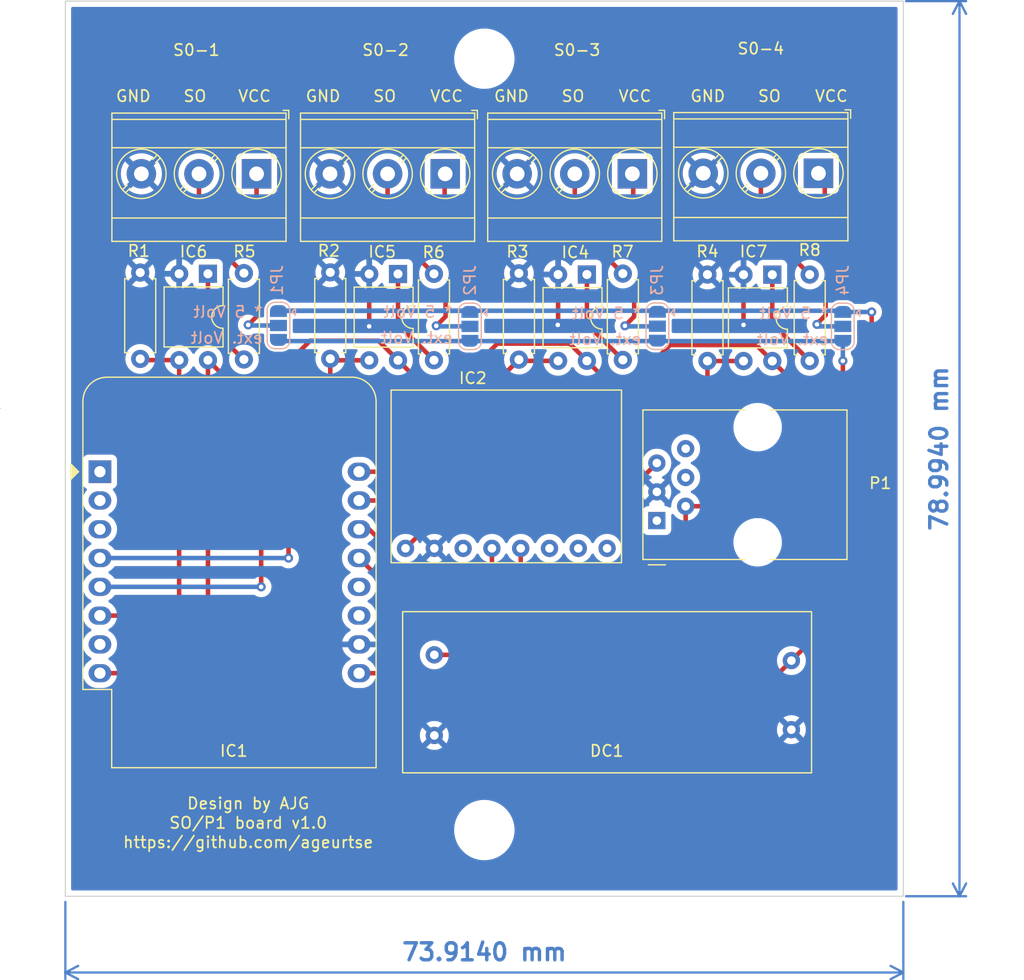
<source format=kicad_pcb>
(kicad_pcb (version 20211014) (generator pcbnew)
  (layers (0 "F.Cu" signal) (31 "B.Cu" signal) (34 "B.Paste" user) (35 "F.Paste" user) (36 "B.SilkS" user "B.Silkscreen") (37 "F.SilkS" user "F.Silkscreen") (38 "B.Mask" user) (39 "F.Mask" user) (44 "Edge.Cuts" user))
  (net 0 "")
  (net 3 "Net-(IC1-Pad4)")
  (net 4 "Net-(IC1-Pad5)")
  (net 5 "Net-(IC1-Pad6)")
  (net 9 "GND")
  (net 10 "Net-(IC1-Pad13)")
  (net 11 "Net-(IC7-Pad1)")
  (net 12 "+5V")
  (net 13 "+3.3V")
  (net 14 "Net-(IC1-Pad14)")
  (net 15 "Net-(IC1-Pad15)")
  (net 20 "Net-(IC4-Pad1)")
  (net 21 "Net-(IC5-Pad1)")
  (net 22 "Net-(IC6-Pad1)")
  (net 23 "VCC")
  (net 24 "Net-(JP2-Pad2)")
  (net 25 "Net-(JP3-Pad2)")
  (net 27 "Net-(JP1-Pad2)")
  (net 28 "Net-(IC1-Pad16)")
  (net 29 "Net-(R5-Pad2)")
  (net 30 "Net-(R6-Pad2)")
  (net 31 "Net-(R7-Pad2)")
  (net 32 "Net-(JP4-Pad2)")
  (net 36 "Net-(R8-Pad2)")
  (footprint "Package_DIP:DIP-4_W7.62mm" (layer "F.Cu") (at 166.629 59.4945 -90)
    (fp_text reference "IC6" (at -1.951 1.271 180) (layer "F.SilkS"))
    (fp_text value "PC817")
    (pad "1" thru_hole rect (at 0 0 270) (size 1.6 1.6) (drill 0.8) (layers *.Cu *.Mask) (net 22 "Net-(IC6-Pad1)"))
    (pad "2" thru_hole oval (at 0 2.54 270) (size 1.6 1.6) (drill 0.8) (layers *.Cu *.Mask) (net 9 "GND"))
    (pad "3" thru_hole oval (at 7.62 2.54 270) (size 1.6 1.6) (drill 0.8) (layers *.Cu *.Mask) (net 5 "Net-(IC1-Pad6)"))
    (pad "4" thru_hole oval (at 7.62 0 270) (size 1.6 1.6) (drill 0.8) (layers *.Cu *.Mask) (net 13 "+3.3V"))
  )
  (footprint "MountingHole:MountingHole_4.3mm_M4" (layer "F.Cu") (at 191.008 40.513)
    (fp_text reference "REF**" hide)
    (fp_text value "MountingHole_4.3mm_M4")
    (pad "" np_thru_hole circle (at 0 0) (size 4.3 4.3) (drill 4.3) (layers *.Cu *.Mask))
  )
  (footprint "Connector_RJ:RJ12_Amphenol_54601" (layer "F.Cu") (at 206.225 81.28 90)
    (fp_text reference "P1" (at 3.302 19.708) (layer "F.SilkS"))
    (fp_text value "RJ12")
    (pad "" np_thru_hole circle (at -1.91 8.89 90) (size 3.25 3.25) (drill 3.25) (layers *.Cu *.Mask))
    (pad "" np_thru_hole circle (at 8.25 8.89 90) (size 3.25 3.25) (drill 3.25) (layers *.Cu *.Mask))
    (pad "1" thru_hole rect (at 0 0 90) (size 1.52 1.52) (drill 0.76) (layers *.Cu *.Mask))
    (pad "2" thru_hole circle (at 1.27 2.54 90) (size 1.52 1.52) (drill 0.76) (layers *.Cu *.Mask) (net 13 "+3.3V"))
    (pad "3" thru_hole circle (at 2.54 0 90) (size 1.52 1.52) (drill 0.76) (layers *.Cu *.Mask) (net 9 "GND"))
    (pad "4" thru_hole circle (at 3.81 2.54 90) (size 1.52 1.52) (drill 0.76) (layers *.Cu *.Mask))
    (pad "5" thru_hole circle (at 5.08 0 90) (size 1.52 1.52) (drill 0.76) (layers *.Cu *.Mask) (net 15 "Net-(IC1-Pad15)"))
    (pad "6" thru_hole circle (at 6.35 2.54 90) (size 1.52 1.52) (drill 0.76) (layers *.Cu *.Mask))
  )
  (footprint "TerminalBlock_Phoenix:TerminalBlock_Phoenix_MKDS-3-3-5.08_1x03_P5.08mm_Horizontal" (layer "F.Cu") (at 204.0636 50.673 180)
    (fp_text reference "S0-3" (at 4.8768 10.922) (layer "F.SilkS"))
    (fp_text value "Screw_Terminal_01x03")
    (pad "1" thru_hole rect (at 0 0 180) (size 2.6 2.6) (drill 1.3) (layers *.Cu *.Mask) (net 25 "Net-(JP3-Pad2)"))
    (pad "2" thru_hole circle (at 5.08 0 180) (size 2.6 2.6) (drill 1.3) (layers *.Cu *.Mask) (net 31 "Net-(R7-Pad2)"))
    (pad "3" thru_hole circle (at 10.16 0 180) (size 2.6 2.6) (drill 1.3) (layers *.Cu *.Mask) (net 9 "GND"))
  )
  (footprint "TerminalBlock_Phoenix:TerminalBlock_Phoenix_MKDS-3-3-5.08_1x03_P5.08mm_Horizontal" (layer "F.Cu") (at 187.5536 50.673 180)
    (fp_text reference "S0-2" (at 5.2578 10.922) (layer "F.SilkS"))
    (fp_text value "Screw_Terminal_01x03")
    (pad "1" thru_hole rect (at 0 0 180) (size 2.6 2.6) (drill 1.3) (layers *.Cu *.Mask) (net 24 "Net-(JP2-Pad2)"))
    (pad "2" thru_hole circle (at 5.08 0 180) (size 2.6 2.6) (drill 1.3) (layers *.Cu *.Mask) (net 30 "Net-(R6-Pad2)"))
    (pad "3" thru_hole circle (at 10.16 0 180) (size 2.6 2.6) (drill 1.3) (layers *.Cu *.Mask) (net 9 "GND"))
  )
  (footprint "Custom made:I2C FRAM Board" (layer "F.Cu") (at 203.105 84.995 180)
    (fp_text reference "IC2" (at 13.113 16.288 unlocked) (layer "F.SilkS"))
    (fp_text value "I2C Fram module")
    (pad "1" thru_hole circle (at 19.05 1.27 180) (size 1.524 1.524) (drill 0.762) (layers *.Cu *.Mask) (net 13 "+3.3V"))
    (pad "2" thru_hole circle (at 16.51 1.27 180) (size 1.524 1.524) (drill 0.762) (layers *.Cu *.Mask) (net 9 "GND"))
    (pad "3" thru_hole circle (at 13.97 1.27 180) (size 1.524 1.524) (drill 0.762) (layers *.Cu *.Mask))
    (pad "4" thru_hole circle (at 11.43 1.27 180) (size 1.524 1.524) (drill 0.762) (layers *.Cu *.Mask) (net 14 "Net-(IC1-Pad14)"))
    (pad "5" thru_hole circle (at 8.89 1.27 180) (size 1.524 1.524) (drill 0.762) (layers *.Cu *.Mask) (net 10 "Net-(IC1-Pad13)"))
    (pad "6" thru_hole circle (at 6.35 1.27 180) (size 1.524 1.524) (drill 0.762) (layers *.Cu *.Mask))
    (pad "7" thru_hole circle (at 3.81 1.27 180) (size 1.524 1.524) (drill 0.762) (layers *.Cu *.Mask))
    (pad "8" thru_hole circle (at 1.27 1.27 180) (size 1.524 1.524) (drill 0.762) (layers *.Cu *.Mask))
  )
  (footprint "Resistor_THT:R_Axial_DIN0207_L6.3mm_D2.5mm_P7.62mm_Horizontal" (layer "F.Cu") (at 169.799 67.056 90)
    (fp_text reference "R5" (at 9.525 0.0508 180) (layer "F.SilkS"))
    (fp_text value "1K")
    (pad "1" thru_hole circle (at 0 0 90) (size 1.6 1.6) (drill 0.8) (layers *.Cu *.Mask) (net 22 "Net-(IC6-Pad1)"))
    (pad "2" thru_hole oval (at 7.62 0 90) (size 1.6 1.6) (drill 0.8) (layers *.Cu *.Mask) (net 29 "Net-(R5-Pad2)"))
  )
  (footprint "Resistor_THT:R_Axial_DIN0207_L6.3mm_D2.5mm_P7.62mm_Horizontal" (layer "F.Cu") (at 203.2254 67.0964 90)
    (fp_text reference "R7" (at 9.5504 -0.0254 180) (layer "F.SilkS"))
    (fp_text value "1K")
    (pad "1" thru_hole circle (at 0 0 90) (size 1.6 1.6) (drill 0.8) (layers *.Cu *.Mask) (net 20 "Net-(IC4-Pad1)"))
    (pad "2" thru_hole oval (at 7.62 0 90) (size 1.6 1.6) (drill 0.8) (layers *.Cu *.Mask) (net 31 "Net-(R7-Pad2)"))
  )
  (footprint "Package_DIP:DIP-4_W7.62mm" (layer "F.Cu") (at 183.393 59.5095 -90)
    (fp_text reference "IC5" (at -1.951 1.398 180) (layer "F.SilkS"))
    (fp_text value "PC817")
    (pad "1" thru_hole rect (at 0 0 270) (size 1.6 1.6) (drill 0.8) (layers *.Cu *.Mask) (net 21 "Net-(IC5-Pad1)"))
    (pad "2" thru_hole oval (at 0 2.54 270) (size 1.6 1.6) (drill 0.8) (layers *.Cu *.Mask) (net 9 "GND"))
    (pad "3" thru_hole oval (at 7.62 2.54 270) (size 1.6 1.6) (drill 0.8) (layers *.Cu *.Mask) (net 4 "Net-(IC1-Pad5)"))
    (pad "4" thru_hole oval (at 7.62 0 270) (size 1.6 1.6) (drill 0.8) (layers *.Cu *.Mask) (net 13 "+3.3V"))
  )
  (footprint "Custom made:dcdc converter" (layer "F.Cu") (at 219.869 103.537 180)
    (fp_text reference "DC1" (at 18.066 1.937 unlocked) (layer "F.SilkS"))
    (fp_text value "DC Step Up converter (optional)")
    (pad "1" thru_hole circle (at 1.778 3.81 180) (size 1.524 1.524) (drill 0.762) (layers *.Cu *.Mask) (net 9 "GND"))
    (pad "2" thru_hole circle (at 1.778 9.906 180) (size 1.524 1.524) (drill 0.762) (layers *.Cu *.Mask) (net 12 "+5V"))
    (pad "3" thru_hole circle (at 33.274 3.302 180) (size 1.524 1.524) (drill 0.762) (layers *.Cu *.Mask) (net 9 "GND"))
    (pad "4" thru_hole circle (at 33.274 10.414 180) (size 1.524 1.524) (drill 0.762) (layers *.Cu *.Mask) (net 23 "VCC"))
  )
  (footprint "Package_DIP:DIP-4_W7.62mm" (layer "F.Cu") (at 200.0554 59.558 -90)
    (fp_text reference "IC4" (at -1.961 1.022 180) (layer "F.SilkS"))
    (fp_text value "PC817")
    (pad "1" thru_hole rect (at 0 0 270) (size 1.6 1.6) (drill 0.8) (layers *.Cu *.Mask) (net 20 "Net-(IC4-Pad1)"))
    (pad "2" thru_hole oval (at 0 2.54 270) (size 1.6 1.6) (drill 0.8) (layers *.Cu *.Mask) (net 9 "GND"))
    (pad "3" thru_hole oval (at 7.62 2.54 270) (size 1.6 1.6) (drill 0.8) (layers *.Cu *.Mask) (net 3 "Net-(IC1-Pad4)"))
    (pad "4" thru_hole oval (at 7.62 0 270) (size 1.6 1.6) (drill 0.8) (layers *.Cu *.Mask) (net 13 "+3.3V"))
  )
  (footprint "TerminalBlock_Phoenix:TerminalBlock_Phoenix_MKDS-3-3-5.08_1x03_P5.08mm_Horizontal" (layer "F.Cu") (at 220.477 50.627 180)
    (fp_text reference "S0-4" (at 5.085 11.003) (layer "F.SilkS"))
    (fp_text value "Screw_Terminal_01x03")
    (pad "1" thru_hole rect (at 0 0 180) (size 2.6 2.6) (drill 1.3) (layers *.Cu *.Mask) (net 32 "Net-(JP4-Pad2)"))
    (pad "2" thru_hole circle (at 5.08 0 180) (size 2.6 2.6) (drill 1.3) (layers *.Cu *.Mask) (net 36 "Net-(R8-Pad2)"))
    (pad "3" thru_hole circle (at 10.16 0 180) (size 2.6 2.6) (drill 1.3) (layers *.Cu *.Mask) (net 9 "GND"))
  )
  (footprint "Resistor_THT:R_Axial_DIN0207_L6.3mm_D2.5mm_P7.62mm_Horizontal" (layer "F.Cu") (at 186.563 67.1195 90)
    (fp_text reference "R6" (at 9.525 -0.0254 180) (layer "F.SilkS"))
    (fp_text value "1K")
    (pad "1" thru_hole circle (at 0 0 90) (size 1.6 1.6) (drill 0.8) (layers *.Cu *.Mask) (net 21 "Net-(IC5-Pad1)"))
    (pad "2" thru_hole oval (at 7.62 0 90) (size 1.6 1.6) (drill 0.8) (layers *.Cu *.Mask) (net 30 "Net-(R6-Pad2)"))
  )
  (footprint "Resistor_THT:R_Axial_DIN0207_L6.3mm_D2.5mm_P7.62mm_Horizontal" (layer "F.Cu") (at 160.655 59.3875 -90)
    (fp_text reference "R1" (at -1.905 0.127 -180) (layer "F.SilkS"))
    (fp_text value "10K")
    (pad "1" thru_hole circle (at 0 0 270) (size 1.6 1.6) (drill 0.8) (layers *.Cu *.Mask) (net 9 "GND"))
    (pad "2" thru_hole oval (at 7.62 0 270) (size 1.6 1.6) (drill 0.8) (layers *.Cu *.Mask) (net 5 "Net-(IC1-Pad6)"))
  )
  (footprint "Resistor_THT:R_Axial_DIN0207_L6.3mm_D2.5mm_P7.62mm_Horizontal" (layer "F.Cu") (at 210.688 59.563 -90)
    (fp_text reference "R4" (at -2.032 0 180) (layer "F.SilkS"))
    (fp_text value "10K")
    (pad "1" thru_hole circle (at 0 0 270) (size 1.6 1.6) (drill 0.8) (layers *.Cu *.Mask) (net 9 "GND"))
    (pad "2" thru_hole oval (at 7.62 0 270) (size 1.6 1.6) (drill 0.8) (layers *.Cu *.Mask) (net 28 "Net-(IC1-Pad16)"))
  )
  (footprint "Resistor_THT:R_Axial_DIN0207_L6.3mm_D2.5mm_P7.62mm_Horizontal" (layer "F.Cu") (at 194.056 59.451 -90)
    (fp_text reference "R3" (at -1.905 0.127 -180) (layer "F.SilkS"))
    (fp_text value "10K")
    (pad "1" thru_hole circle (at 0 0 270) (size 1.6 1.6) (drill 0.8) (layers *.Cu *.Mask) (net 9 "GND"))
    (pad "2" thru_hole oval (at 7.62 0 270) (size 1.6 1.6) (drill 0.8) (layers *.Cu *.Mask) (net 3 "Net-(IC1-Pad4)"))
  )
  (footprint "Package_DIP:DIP-4_W7.62mm" (layer "F.Cu") (at 216.408 59.573 -90)
    (fp_text reference "IC7" (at -2.042 1.656 180) (layer "F.SilkS"))
    (fp_text value "PC817")
    (pad "1" thru_hole rect (at 0 0 270) (size 1.6 1.6) (drill 0.8) (layers *.Cu *.Mask) (net 11 "Net-(IC7-Pad1)"))
    (pad "2" thru_hole oval (at 0 2.54 270) (size 1.6 1.6) (drill 0.8) (layers *.Cu *.Mask) (net 9 "GND"))
    (pad "3" thru_hole oval (at 7.62 2.54 270) (size 1.6 1.6) (drill 0.8) (layers *.Cu *.Mask) (net 28 "Net-(IC1-Pad16)"))
    (pad "4" thru_hole oval (at 7.62 0 270) (size 1.6 1.6) (drill 0.8) (layers *.Cu *.Mask) (net 13 "+3.3V"))
  )
  (footprint "Resistor_THT:R_Axial_DIN0207_L6.3mm_D2.5mm_P7.62mm_Horizontal" (layer "F.Cu") (at 219.705 67.183 90)
    (fp_text reference "R8" (at 9.779 0 180) (layer "F.SilkS"))
    (fp_text value "1K")
    (pad "1" thru_hole circle (at 0 0 90) (size 1.6 1.6) (drill 0.8) (layers *.Cu *.Mask) (net 11 "Net-(IC7-Pad1)"))
    (pad "2" thru_hole oval (at 7.62 0 90) (size 1.6 1.6) (drill 0.8) (layers *.Cu *.Mask) (net 36 "Net-(R8-Pad2)"))
  )
  (footprint "Resistor_THT:R_Axial_DIN0207_L6.3mm_D2.5mm_P7.62mm_Horizontal" (layer "F.Cu") (at 177.419 59.3725 -90)
    (fp_text reference "R2" (at -1.905 0.127 -180) (layer "F.SilkS"))
    (fp_text value "10K")
    (pad "1" thru_hole circle (at 0 0 270) (size 1.6 1.6) (drill 0.8) (layers *.Cu *.Mask) (net 9 "GND"))
    (pad "2" thru_hole oval (at 7.62 0 270) (size 1.6 1.6) (drill 0.8) (layers *.Cu *.Mask) (net 4 "Net-(IC1-Pad5)"))
  )
  (footprint "Module:WEMOS_D1_mini_light" (layer "F.Cu") (at 157.099 76.962)
    (fp_text reference "IC1" (at 11.811 24.638 180) (layer "F.SilkS"))
    (fp_text value "WeMos_D1_mini")
    (pad "1" thru_hole rect (at 0 0) (size 2 2) (drill 1) (layers *.Cu *.Mask))
    (pad "2" thru_hole oval (at 0 2.54) (size 2 1.6) (drill 1) (layers *.Cu *.Mask))
    (pad "3" thru_hole oval (at 0 5.08) (size 2 1.6) (drill 1) (layers *.Cu *.Mask))
    (pad "4" thru_hole oval (at 0 7.62) (size 2 1.6) (drill 1) (layers *.Cu *.Mask) (net 3 "Net-(IC1-Pad4)"))
    (pad "5" thru_hole oval (at 0 10.16) (size 2 1.6) (drill 1) (layers *.Cu *.Mask) (net 4 "Net-(IC1-Pad5)"))
    (pad "6" thru_hole oval (at 0 12.7) (size 2 1.6) (drill 1) (layers *.Cu *.Mask) (net 5 "Net-(IC1-Pad6)"))
    (pad "7" thru_hole oval (at 0 15.24) (size 2 1.6) (drill 1) (layers *.Cu *.Mask))
    (pad "8" thru_hole oval (at 0 17.78) (size 2 1.6) (drill 1) (layers *.Cu *.Mask) (net 13 "+3.3V"))
    (pad "9" thru_hole oval (at 22.86 17.78) (size 2 1.6) (drill 1) (layers *.Cu *.Mask) (net 12 "+5V"))
    (pad "10" thru_hole oval (at 22.86 15.24) (size 2 1.6) (drill 1) (layers *.Cu *.Mask) (net 9 "GND"))
    (pad "11" thru_hole oval (at 22.86 12.7) (size 2 1.6) (drill 1) (layers *.Cu *.Mask))
    (pad "12" thru_hole oval (at 22.86 10.16) (size 2 1.6) (drill 1) (layers *.Cu *.Mask))
    (pad "13" thru_hole oval (at 22.86 7.62) (size 2 1.6) (drill 1) (layers *.Cu *.Mask) (net 10 "Net-(IC1-Pad13)"))
    (pad "14" thru_hole oval (at 22.86 5.08) (size 2 1.6) (drill 1) (layers *.Cu *.Mask) (net 14 "Net-(IC1-Pad14)"))
    (pad "15" thru_hole oval (at 22.86 2.54) (size 2 1.6) (drill 1) (layers *.Cu *.Mask) (net 15 "Net-(IC1-Pad15)"))
    (pad "16" thru_hole oval (at 22.86 0) (size 2 1.6) (drill 1) (layers *.Cu *.Mask) (net 28 "Net-(IC1-Pad16)"))
  )
  (footprint "MountingHole:MountingHole_4.3mm_M4" (layer "F.Cu") (at 191.008 108.585)
    (fp_text reference "REF**" hide)
    (fp_text value "MountingHole_4.3mm_M4")
    (pad "" np_thru_hole circle (at 0 0) (size 4.3 4.3) (drill 4.3) (layers *.Cu *.Mask))
  )
  (footprint "TerminalBlock_Phoenix:TerminalBlock_Phoenix_MKDS-3-3-5.08_1x03_P5.08mm_Horizontal" (layer "F.Cu") (at 170.9166 50.673 180)
    (fp_text reference "S0-1" (at 5.3086 10.922) (layer "F.SilkS"))
    (fp_text value "Screw_Terminal_01x03")
    (pad "1" thru_hole rect (at 0 0 180) (size 2.6 2.6) (drill 1.3) (layers *.Cu *.Mask) (net 27 "Net-(JP1-Pad2)"))
    (pad "2" thru_hole circle (at 5.08 0 180) (size 2.6 2.6) (drill 1.3) (layers *.Cu *.Mask) (net 29 "Net-(R5-Pad2)"))
    (pad "3" thru_hole circle (at 10.16 0 180) (size 2.6 2.6) (drill 1.3) (layers *.Cu *.Mask) (net 9 "GND"))
  )
  (footprint "Jumper:SolderJumper-3_P1.3mm_Open_RoundedPad1.0x1.5mm" (layer "B.Cu") (at 206.2734 64.12 -90)
    (fp_text reference "JP3" (at -4.049 0.0254 90) (layer "B.SilkS") (effects (justify mirror)))
    (fp_text value "Jumper_3_Open")
    (pad "1" smd custom (at -1.3 0 270) (size 1 0.5) (layers "B.Cu" "B.Mask") (net 12 "+5V") (options (clearance outline) (anchor rect)) (primitives (gr_circle (center 0 -0.25) (end 0.5 -0.25) (width 0) (fill yes)) (gr_circle (center 0 0.25) (end 0.5 0.25) (width 0) (fill yes)) (gr_poly (pts (xy 0.55 -0.75) (xy 0 -0.75) (xy 0 0.75) (xy 0.55 0.75)) (width 0) (fill yes))))
    (pad "2" smd rect (at 0 0 270) (size 1 1.5) (layers "B.Cu" "B.Mask") (net 25 "Net-(JP3-Pad2)"))
    (pad "3" smd custom (at 1.3 0 270) (size 1 0.5) (layers "B.Cu" "B.Mask") (net 23 "VCC") (options (clearance outline) (anchor rect)) (primitives (gr_circle (center 0 -0.25) (end 0.5 -0.25) (width 0) (fill yes)) (gr_circle (center 0 0.25) (end 0.5 0.25) (width 0) (fill yes)) (gr_poly (pts (xy 0 -0.75) (xy -0.55 -0.75) (xy -0.55 0.75) (xy 0 0.75)) (width 0) (fill yes))))
  )
  (footprint "Jumper:SolderJumper-3_P1.3mm_Open_RoundedPad1.0x1.5mm" (layer "B.Cu") (at 172.847 64.0565 -90)
    (fp_text reference "JP1" (at -3.9855 0.127 90) (layer "B.SilkS") (effects (justify mirror)))
    (fp_text value "Jumper_3_Open")
    (pad "1" smd custom (at -1.3 0 270) (size 1 0.5) (layers "B.Cu" "B.Mask") (net 12 "+5V") (options (clearance outline) (anchor rect)) (primitives (gr_circle (center 0 -0.25) (end 0.5 -0.25) (width 0) (fill yes)) (gr_circle (center 0 0.25) (end 0.5 0.25) (width 0) (fill yes)) (gr_poly (pts (xy 0.55 -0.75) (xy 0 -0.75) (xy 0 0.75) (xy 0.55 0.75)) (width 0) (fill yes))))
    (pad "2" smd rect (at 0 0 270) (size 1 1.5) (layers "B.Cu" "B.Mask") (net 27 "Net-(JP1-Pad2)"))
    (pad "3" smd custom (at 1.3 0 270) (size 1 0.5) (layers "B.Cu" "B.Mask") (net 23 "VCC") (options (clearance outline) (anchor rect)) (primitives (gr_circle (center 0 -0.25) (end 0.5 -0.25) (width 0) (fill yes)) (gr_circle (center 0 0.25) (end 0.5 0.25) (width 0) (fill yes)) (gr_poly (pts (xy 0 -0.75) (xy -0.55 -0.75) (xy -0.55 0.75) (xy 0 0.75)) (width 0) (fill yes))))
  )
  (footprint "Jumper:SolderJumper-3_P1.3mm_Open_RoundedPad1.0x1.5mm" (layer "B.Cu") (at 189.738 64.135 -90)
    (fp_text reference "JP2" (at -4.064 0 90) (layer "B.SilkS") (effects (justify mirror)))
    (fp_text value "Jumper_3_Open")
    (pad "1" smd custom (at -1.3 0 270) (size 1 0.5) (layers "B.Cu" "B.Mask") (net 12 "+5V") (options (clearance outline) (anchor rect)) (primitives (gr_circle (center 0 -0.25) (end 0.5 -0.25) (width 0) (fill yes)) (gr_circle (center 0 0.25) (end 0.5 0.25) (width 0) (fill yes)) (gr_poly (pts (xy 0.55 -0.75) (xy 0 -0.75) (xy 0 0.75) (xy 0.55 0.75)) (width 0) (fill yes))))
    (pad "2" smd rect (at 0 0 270) (size 1 1.5) (layers "B.Cu" "B.Mask") (net 24 "Net-(JP2-Pad2)"))
    (pad "3" smd custom (at 1.3 0 270) (size 1 0.5) (layers "B.Cu" "B.Mask") (net 23 "VCC") (options (clearance outline) (anchor rect)) (primitives (gr_circle (center 0 -0.25) (end 0.5 -0.25) (width 0) (fill yes)) (gr_circle (center 0 0.25) (end 0.5 0.25) (width 0) (fill yes)) (gr_poly (pts (xy 0 -0.75) (xy -0.55 -0.75) (xy -0.55 0.75) (xy 0 0.75)) (width 0) (fill yes))))
  )
  (footprint "Jumper:SolderJumper-3_P1.3mm_Open_RoundedPad1.0x1.5mm" (layer "B.Cu") (at 222.626 64.135 -90)
    (fp_text reference "JP4" (at -4.064 -0.005 90) (layer "B.SilkS") (effects (justify mirror)))
    (fp_text value "Jumper_3_Open")
    (pad "1" smd custom (at -1.3 0 270) (size 1 0.5) (layers "B.Cu" "B.Mask") (net 12 "+5V") (options (clearance outline) (anchor rect)) (primitives (gr_circle (center 0 -0.25) (end 0.5 -0.25) (width 0) (fill yes)) (gr_circle (center 0 0.25) (end 0.5 0.25) (width 0) (fill yes)) (gr_poly (pts (xy 0.55 -0.75) (xy 0 -0.75) (xy 0 0.75) (xy 0.55 0.75)) (width 0) (fill yes))))
    (pad "2" smd rect (at 0 0 270) (size 1 1.5) (layers "B.Cu" "B.Mask") (net 32 "Net-(JP4-Pad2)"))
    (pad "3" smd custom (at 1.3 0 270) (size 1 0.5) (layers "B.Cu" "B.Mask") (net 23 "VCC") (options (clearance outline) (anchor rect)) (primitives (gr_circle (center 0 -0.25) (end 0.5 -0.25) (width 0) (fill yes)) (gr_circle (center 0 0.25) (end 0.5 0.25) (width 0) (fill yes)) (gr_poly (pts (xy 0 -0.75) (xy -0.55 -0.75) (xy -0.55 0.75) (xy 0 0.75)) (width 0) (fill yes))))
  )
  (gr_line (start 148.336 71.374) (end 148.336 71.374) (layer "Edge.Cuts") (width 0.1))
  (gr_rect (start 154.051 35.433) (end 227.965 114.427) (layer "Edge.Cuts") (width 0.1) (fill none))
  (gr_text "ext. Volt" (at 185.039 65.151) (layer "B.SilkS") (effects (font (size 1 1)) (justify mirror)))
  (gr_text "* 5 Volt" (at 168.402 62.865) (layer "B.SilkS") (effects (font (size 1 1)) (justify mirror)))
  (gr_text "ext. Volt" (at 218.186 65.278) (layer "B.SilkS") (effects (font (size 1 1)) (justify mirror)))
  (gr_text "* 5 Volt" (at 201.795048 62.992) (layer "B.SilkS") (effects (font (size 1 1)) (justify mirror)))
  (gr_text "ext. Volt" (at 201.676 65.278) (layer "B.SilkS") (effects (font (size 1 1)) (justify mirror)))
  (gr_text "* 5 Volt" (at 185.158048 62.865) (layer "B.SilkS") (effects (font (size 1 1)) (justify mirror)))
  (gr_text "ext. Volt" (at 168.282952 65.151) (layer "B.SilkS") (effects (font (size 1 1)) (justify mirror)))
  (gr_text "* 5 Volt" (at 218.305048 62.992) (layer "B.SilkS") (effects (font (size 1 1)) (justify mirror)))
  (gr_text "SO/P1 board v1.0" (at 170.18 107.95) (layer "F.SilkS") (effects (font (size 1 1))))
  (gr_text "GND" (at 210.7184 43.815) (layer "F.SilkS") (effects (font (size 1 1))))
  (gr_text "Design by AJG" (at 170.18 106.2355) (layer "F.SilkS") (effects (font (size 1 1))))
  (gr_text "VCC\n" (at 204.2922 43.815) (layer "F.SilkS") (effects (font (size 1 1))))
  (gr_text "SO" (at 165.481 43.815) (layer "F.SilkS") (effects (font (size 1 1))))
  (gr_text "VCC" (at 221.615 43.815) (layer "F.SilkS") (effects (font (size 1 1))))
  (gr_text "GND" (at 160.0454 43.815) (layer "F.SilkS") (effects (font (size 1 1))))
  (gr_text "VCC\n" (at 170.7388 43.815) (layer "F.SilkS") (effects (font (size 1 1))))
  (gr_text "SO" (at 216.154 43.815) (layer "F.SilkS") (effects (font (size 1 1))))
  (gr_text "GND" (at 193.3956 43.815) (layer "F.SilkS") (effects (font (size 1 1))))
  (gr_text "SO" (at 182.2196 43.815) (layer "F.SilkS") (effects (font (size 1 1))))
  (gr_text "https://github.com/ageurtse" (at 170.18 109.6645) (layer "F.SilkS") (effects (font (size 1 1))))
  (gr_text "VCC\n" (at 187.6806 43.815) (layer "F.SilkS") (effects (font (size 1 1))))
  (gr_text "SO" (at 198.8312 43.815) (layer "F.SilkS") (effects (font (size 1 1))))
  (gr_text "GND" (at 176.784 43.815) (layer "F.SilkS") (effects (font (size 1 1))))
  (dimension (type aligned) (layer "B.Cu") (pts (xy 154.051 114.427) (xy 227.965 114.427)) (height 6.731) (gr_text "73,9140 mm" (at 191.008 119.358) (layer "B.Cu") (effects (font (size 1.5 1.5) (thickness 0.3)))) (format (units 3) (units_format 1) (precision 4)) (style (thickness 0.2) (arrow_length 1.27) (text_position_mode 0) (extension_height 0.58642) (extension_offset 0.5) keep_text_aligned))
  (dimension (type aligned) (layer "B.Cu") (pts (xy 227.711 114.427) (xy 227.711 35.433)) (height 5.207) (gr_text "78,9940 mm" (at 231.118 74.93 90) (layer "B.Cu") (effects (font (size 1.5 1.5) (thickness 0.3)))) (format (units 3) (units_format 1) (precision 4)) (style (thickness 0.2) (arrow_length 1.27) (text_position_mode 0) (extension_height 0.58642) (extension_offset 0.5) keep_text_aligned))
  (segment (start 197.5154 67.178) (end 194.163 67.178) (width 0.4) (layer "F.Cu") (net 3))
  (segment (start 186.451 74.676) (end 175.768 74.676) (width 0.4) (layer "F.Cu") (net 3))
  (segment (start 173.736 76.708) (end 173.736 84.582) (width 0.4) (layer "F.Cu") (net 3))
  (segment (start 175.768 74.676) (end 174.752 75.692) (width 0.4) (layer "F.Cu") (net 3))
  (segment (start 194.056 67.071) (end 186.451 74.676) (width 0.4) (layer "F.Cu") (net 3))
  (segment (start 194.163 67.178) (end 194.056 67.071) (width 0.4) (layer "F.Cu") (net 3))
  (segment (start 174.752 75.692) (end 173.736 76.708) (width 0.4) (layer "F.Cu") (net 3))
  (via (at 173.736 84.582) (size 0.8) (drill 0.4) (layers "F.Cu" "B.Cu") (net 3))
  (segment (start 173.736 84.582) (end 157.099 84.582) (width 0.4) (layer "B.Cu") (net 3))
  (segment (start 177.419 66.9925) (end 177.419 69.596) (width 0.4) (layer "F.Cu") (net 4))
  (segment (start 171.323 76.454) (end 171.323 87.122) (width 0.4) (layer "F.Cu") (net 4))
  (segment (start 177.419 69.85) (end 177.419 70.358) (width 0.4) (layer "F.Cu") (net 4))
  (segment (start 172.212 75.565) (end 171.323 76.454) (width 0.4) (layer "F.Cu") (net 4))
  (segment (start 180.853 67.1295) (end 177.556 67.1295) (width 0.4) (layer "F.Cu") (net 4))
  (segment (start 177.556 67.1295) (end 177.419 66.9925) (width 0.4) (layer "F.Cu") (net 4))
  (segment (start 177.419 69.596) (end 177.419 69.85) (width 0.4) (layer "F.Cu") (net 4))
  (segment (start 177.419 70.358) (end 172.212 75.565) (width 0.4) (layer "F.Cu") (net 4))
  (via (at 171.323 87.122) (size 0.8) (drill 0.4) (layers "F.Cu" "B.Cu") (net 4))
  (segment (start 171.323 87.122) (end 157.099 87.122) (width 0.4) (layer "B.Cu") (net 4))
  (segment (start 162.306 89.662) (end 159.258 89.662) (width 0.4) (layer "F.Cu") (net 5))
  (segment (start 164.089 87.879) (end 162.306 89.662) (width 0.4) (layer "F.Cu") (net 5))
  (segment (start 159.258 89.662) (end 157.099 89.662) (width 0.4) (layer "F.Cu") (net 5))
  (segment (start 160.762 67.1145) (end 160.655 67.0075) (width 0.4) (layer "F.Cu") (net 5))
  (segment (start 164.089 67.1145) (end 164.089 87.879) (width 0.4) (layer "F.Cu") (net 5))
  (segment (start 164.089 67.1145) (end 160.762 67.1145) (width 0.4) (layer "F.Cu") (net 5))
  (segment (start 180.853 59.5095) (end 180.853 64.13) (width 0.4) (layer "F.Cu") (net 9))
  (segment (start 197.5154 59.558) (end 197.5154 63.9776) (width 0.4) (layer "F.Cu") (net 9))
  (segment (start 180.853 64.13) (end 180.848 64.135) (width 0.4) (layer "F.Cu") (net 9))
  (segment (start 213.868 59.573) (end 213.868 64.008) (width 0.4) (layer "F.Cu") (net 9))
  (segment (start 197.5154 63.9776) (end 197.485 64.008) (width 0.4) (layer "F.Cu") (net 9))
  (via (at 213.868 64.008) (size 0.8) (drill 0.4) (layers "F.Cu" "B.Cu") (net 9))
  (via (at 197.485 64.008) (size 0.8) (drill 0.4) (layers "F.Cu" "B.Cu") (net 9))
  (via (at 180.848 64.135) (size 0.8) (drill 0.4) (layers "F.Cu" "B.Cu") (net 9))
  (segment (start 194.214 86.9) (end 193.516 87.598) (width 0.4) (layer "F.Cu") (net 10))
  (segment (start 193.516 87.598) (end 182.975 87.598) (width 0.4) (layer "F.Cu") (net 10))
  (segment (start 182.975 87.598) (end 179.959 84.582) (width 0.4) (layer "F.Cu") (net 10))
  (segment (start 194.215 86.9) (end 194.214 86.9) (width 0.4) (layer "F.Cu") (net 10))
  (segment (start 194.215 83.725) (end 194.215 86.9) (width 0.4) (layer "F.Cu") (net 10))
  (segment (start 216.408 63.886) (end 219.705 67.183) (width 0.4) (layer "F.Cu") (net 11))
  (segment (start 216.408 59.573) (end 216.408 63.886) (width 0.4) (layer "F.Cu") (net 11))
  (segment (start 225.171 86.551) (end 225.171 62.865) (width 0.4) (layer "F.Cu") (net 12))
  (segment (start 214.567 97.155) (end 218.091 93.631) (width 0.4) (layer "F.Cu") (net 12))
  (segment (start 179.959 94.742) (end 181.991 94.742) (width 0.4) (layer "F.Cu") (net 12))
  (segment (start 224.917 86.805) (end 225.171 86.551) (width 0.4) (layer "F.Cu") (net 12))
  (segment (start 218.091 93.631) (end 224.727 86.995) (width 0.4) (layer "F.Cu") (net 12))
  (segment (start 184.404 97.155) (end 214.567 97.155) (width 0.4) (layer "F.Cu") (net 12))
  (segment (start 181.991 94.742) (end 184.404 97.155) (width 0.4) (layer "F.Cu") (net 12))
  (segment (start 224.727 86.995) (end 224.917 86.805) (width 0.4) (layer "F.Cu") (net 12))
  (via (at 225.171 62.865) (size 0.8) (drill 0.4) (layers "F.Cu" "B.Cu") (net 12))
  (segment (start 225.171 62.865) (end 222.656 62.865) (width 0.4) (layer "B.Cu") (net 12))
  (segment (start 172.847 62.7565) (end 189.6595 62.7565) (width 0.4) (layer "B.Cu") (net 12))
  (segment (start 222.656 62.865) (end 222.626 62.835) (width 0.4) (layer "B.Cu") (net 12))
  (segment (start 189.6595 62.7565) (end 189.738 62.835) (width 0.4) (layer "B.Cu") (net 12))
  (segment (start 221.9175 62.7565) (end 221.996 62.835) (width 0.4) (layer "B.Cu") (net 12))
  (segment (start 172.847 62.7565) (end 221.9175 62.7565) (width 0.4) (layer "B.Cu") (net 12))
  (segment (start 208.765 82.954) (end 208.765 80.01) (width 0.4) (layer "F.Cu") (net 13))
  (segment (start 221.361 77.597) (end 221.361 72.146) (width 0.4) (layer "F.Cu") (net 13))
  (segment (start 198.5364 65.659) (end 192.151 65.659) (width 0.4) (layer "F.Cu") (net 13))
  (segment (start 181.6685 65.405) (end 175.641 65.405) (width 0.4) (layer "F.Cu") (net 13))
  (segment (start 207.391 65.786) (end 203.708 69.469) (width 0.4) (layer "F.Cu") (net 13))
  (segment (start 208.765 80.01) (end 218.948 80.01) (width 0.4) (layer "F.Cu") (net 13))
  (segment (start 200.0554 67.178) (end 198.5364 65.659) (width 0.4) (layer "F.Cu") (net 13))
  (segment (start 183.393 67.1295) (end 181.6685 65.405) (width 0.4) (layer "F.Cu") (net 13))
  (segment (start 213.868 65.786) (end 207.391 65.786) (width 0.4) (layer "F.Cu") (net 13))
  (segment (start 175.641 65.405) (end 171.577 69.469) (width 0.4) (layer "F.Cu") (net 13))
  (segment (start 171.577 69.469) (end 168.9835 69.469) (width 0.4) (layer "F.Cu") (net 13))
  (segment (start 168.9835 69.469) (end 166.629 67.1145) (width 0.4) (layer "F.Cu") (net 13))
  (segment (start 207.645 84.074) (end 208.765 82.954) (width 0.4) (layer "F.Cu") (net 13))
  (segment (start 202.946 81.534) (end 205.486 84.074) (width 0.4) (layer "F.Cu") (net 13))
  (segment (start 188.595 69.215) (end 185.4785 69.215) (width 0.4) (layer "F.Cu") (net 13))
  (segment (start 186.246 81.534) (end 202.946 81.534) (width 0.4) (layer "F.Cu") (net 13))
  (segment (start 157.099 94.742) (end 164.973 94.742) (width 0.4) (layer "F.Cu") (net 13))
  (segment (start 164.973 94.742) (end 166.629 93.086) (width 0.4) (layer "F.Cu") (net 13))
  (segment (start 221.361 72.146) (end 216.408 67.193) (width 0.4) (layer "F.Cu") (net 13))
  (segment (start 185.4785 69.215) (end 183.393 67.1295) (width 0.4) (layer "F.Cu") (net 13))
  (segment (start 166.629 93.086) (end 166.629 67.1145) (width 0.4) (layer "F.Cu") (net 13))
  (segment (start 184.055 83.725) (end 186.246 81.534) (width 0.4) (layer "F.Cu") (net 13))
  (segment (start 218.948 80.01) (end 221.361 77.597) (width 0.4) (layer "F.Cu") (net 13))
  (segment (start 203.708 69.469) (end 202.3464 69.469) (width 0.4) (layer "F.Cu") (net 13))
  (segment (start 216.408 67.193) (end 215.001 65.786) (width 0.4) (layer "F.Cu") (net 13))
  (segment (start 192.151 65.659) (end 188.595 69.215) (width 0.4) (layer "F.Cu") (net 13))
  (segment (start 215.001 65.786) (end 213.868 65.786) (width 0.4) (layer "F.Cu") (net 13))
  (segment (start 205.486 84.074) (end 207.645 84.074) (width 0.4) (layer "F.Cu") (net 13))
  (segment (start 202.3464 69.469) (end 200.0554 67.178) (width 0.4) (layer "F.Cu") (net 13))
  (segment (start 182.118 83.312) (end 182.118 85.09) (width 0.4) (layer "F.Cu") (net 14))
  (segment (start 179.959 82.042) (end 180.848 82.042) (width 0.4) (layer "F.Cu") (net 14))
  (segment (start 183.388 86.36) (end 191.262 86.36) (width 0.4) (layer "F.Cu") (net 14))
  (segment (start 182.118 85.09) (end 183.388 86.36) (width 0.4) (layer "F.Cu") (net 14))
  (segment (start 191.675 85.947) (end 191.675 83.725) (width 0.4) (layer "F.Cu") (net 14))
  (segment (start 180.848 82.042) (end 182.118 83.312) (width 0.4) (layer "F.Cu") (net 14))
  (segment (start 191.262 86.36) (end 191.675 85.947) (width 0.4) (layer "F.Cu") (net 14))
  (segment (start 206.225 76.2) (end 202.923 79.502) (width 0.4) (layer "F.Cu") (net 15))
  (segment (start 202.923 79.502) (end 179.959 79.502) (width 0.4) (layer "F.Cu") (net 15))
  (segment (start 200.0554 63.9264) (end 203.2254 67.0964) (width 0.4) (layer "F.Cu") (net 20))
  (segment (start 200.0554 59.558) (end 200.0554 63.9264) (width 0.4) (layer "F.Cu") (net 20))
  (segment (start 183.393 63.9495) (end 186.563 67.1195) (width 0.4) (layer "F.Cu") (net 21))
  (segment (start 183.393 59.5095) (end 183.393 63.9495) (width 0.4) (layer "F.Cu") (net 21))
  (segment (start 166.629 63.9345) (end 169.799 67.1045) (width 0.4) (layer "F.Cu") (net 22))
  (segment (start 166.629 59.4945) (end 166.629 63.9345) (width 0.4) (layer "F.Cu") (net 22))
  (segment (start 186.595 93.123) (end 202.787 93.123) (width 0.4) (layer "F.Cu") (net 23))
  (segment (start 212.947 93.123) (end 222.631 83.439) (width 0.4) (layer "F.Cu") (net 23))
  (segment (start 222.631 83.439) (end 222.631 67.183) (width 0.4) (layer "F.Cu") (net 23))
  (segment (start 202.787 93.123) (end 212.947 93.123) (width 0.4) (layer "F.Cu") (net 23))
  (via (at 222.631 67.183) (size 0.8) (drill 0.4) (layers "F.Cu" "B.Cu") (net 23))
  (segment (start 221.996 65.435) (end 172.9255 65.435) (width 0.4) (layer "B.Cu") (net 23))
  (segment (start 222.631 67.183) (end 222.631 65.44) (width 0.4) (layer "B.Cu") (net 23))
  (segment (start 172.9255 65.435) (end 172.847 65.3565) (width 0.4) (layer "B.Cu") (net 23))
  (segment (start 222.631 65.44) (end 222.626 65.435) (width 0.4) (layer "B.Cu") (net 23))
  (segment (start 187.5875 61.2355) (end 188.6735 60.1495) (width 0.4) (layer "F.Cu") (net 24))
  (segment (start 188.6735 55.5775) (end 187.5051 54.4091) (width 0.4) (layer "F.Cu") (net 24))
  (segment (start 187.5875 63.2675) (end 187.5875 61.2355) (width 0.4) (layer "F.Cu") (net 24))
  (segment (start 188.6735 60.1495) (end 188.6735 55.5775) (width 0.4) (layer "F.Cu") (net 24))
  (segment (start 186.7685 64.0865) (end 187.5875 63.2675) (width 0.4) (layer "F.Cu") (net 24))
  (segment (start 187.5051 54.4091) (end 187.5051 50.7515) (width 0.4) (layer "F.Cu") (net 24))
  (via (at 186.7685 64.0865) (size 0.8) (drill 0.4) (layers "F.Cu" "B.Cu") (net 24))
  (segment (start 189.4355 64.135) (end 186.817 64.135) (width 0.4) (layer "B.Cu") (net 24))
  (segment (start 203.4055 64.0865) (end 204.2245 63.2675) (width 0.4) (layer "F.Cu") (net 25))
  (segment (start 204.1421 54.4091) (end 204.1421 50.7515) (width 0.4) (layer "F.Cu") (net 25))
  (segment (start 204.2245 61.2355) (end 205.3105 60.1495) (width 0.4) (layer "F.Cu") (net 25))
  (segment (start 204.2245 63.2675) (end 204.2245 61.2355) (width 0.4) (layer "F.Cu") (net 25))
  (segment (start 205.3105 55.5775) (end 204.1421 54.4091) (width 0.4) (layer "F.Cu") (net 25))
  (segment (start 205.3105 60.1495) (end 205.3105 55.5775) (width 0.4) (layer "F.Cu") (net 25))
  (via (at 203.4055 64.0865) (size 0.8) (drill 0.4) (layers "F.Cu" "B.Cu") (net 25))
  (segment (start 206.0725 64.135) (end 203.454 64.135) (width 0.4) (layer "B.Cu") (net 25))
  (segment (start 170.999 61.157) (end 172.085 60.071) (width 0.4) (layer "F.Cu") (net 27))
  (segment (start 170.9166 54.3306) (end 170.9166 50.673) (width 0.4) (layer "F.Cu") (net 27))
  (segment (start 170.999 63.189) (end 170.999 61.157) (width 0.4) (layer "F.Cu") (net 27))
  (segment (start 172.085 60.071) (end 172.085 55.499) (width 0.4) (layer "F.Cu") (net 27))
  (segment (start 170.18 64.008) (end 170.999 63.189) (width 0.4) (layer "F.Cu") (net 27))
  (segment (start 172.085 55.499) (end 170.9166 54.3306) (width 0.4) (layer "F.Cu") (net 27))
  (via (at 170.18 64.008) (size 0.8) (drill 0.4) (layers "F.Cu" "B.Cu") (net 27))
  (segment (start 170.2285 64.0565) (end 170.18 64.008) (width 0.4) (layer "B.Cu") (net 27))
  (segment (start 172.847 64.0565) (end 170.2285 64.0565) (width 0.4) (layer "B.Cu") (net 27))
  (segment (start 210.698 67.193) (end 210.688 67.183) (width 0.4) (layer "F.Cu") (net 28))
  (segment (start 203.2 76.962) (end 179.959 76.962) (width 0.4) (layer "F.Cu") (net 28))
  (segment (start 213.868 67.193) (end 210.698 67.193) (width 0.4) (layer "F.Cu") (net 28))
  (segment (start 210.688 67.183) (end 210.688 69.474) (width 0.4) (layer "F.Cu") (net 28))
  (segment (start 210.688 69.474) (end 203.2 76.962) (width 0.4) (layer "F.Cu") (net 28))
  (segment (start 165.8366 55.5221) (end 169.799 59.4845) (width 0.4) (layer "F.Cu") (net 29))
  (segment (start 165.8366 50.673) (end 165.8366 55.5221) (width 0.4) (layer "F.Cu") (net 29))
  (segment (start 182.4736 50.673) (end 182.4736 55.4101) (width 0.4) (layer "F.Cu") (net 30))
  (segment (start 182.4736 55.4101) (end 186.563 59.4995) (width 0.4) (layer "F.Cu") (net 30))
  (segment (start 198.9836 55.2346) (end 203.2254 59.4764) (width 0.4) (layer "F.Cu") (net 31))
  (segment (start 198.9836 50.673) (end 198.9836 55.2346) (width 0.4) (layer "F.Cu") (net 31))
  (segment (start 222.2015 55.4505) (end 221.0331 54.2821) (width 0.4) (layer "F.Cu") (net 32))
  (segment (start 220.2965 63.9595) (end 221.1155 63.1405) (width 0.4) (layer "F.Cu") (net 32))
  (segment (start 221.0331 54.2821) (end 221.0331 50.6245) (width 0.4) (layer "F.Cu") (net 32))
  (segment (start 222.2015 60.0225) (end 222.2015 55.4505) (width 0.4) (layer "F.Cu") (net 32))
  (segment (start 221.1155 61.1085) (end 222.2015 60.0225) (width 0.4) (layer "F.Cu") (net 32))
  (segment (start 221.1155 63.1405) (end 221.1155 61.1085) (width 0.4) (layer "F.Cu") (net 32))
  (via (at 220.345 63.9595) (size 0.8) (drill 0.4) (layers "F.Cu" "B.Cu") (net 32))
  (segment (start 221.996 64.135) (end 220.472 64.135) (width 0.4) (layer "B.Cu") (net 32))
  (segment (start 220.472 64.135) (end 220.2965 63.9595) (width 0.4) (layer "B.Cu") (net 32))
  (segment (start 215.397 50.627) (end 215.397 55.255) (width 0.4) (layer "F.Cu") (net 36))
  (segment (start 215.397 55.255) (end 219.705 59.563) (width 0.4) (layer "F.Cu") (net 36))
  (zone (net 9) (net_name "GND") (layer "B.Cu") (connect_pads (clearance 0.508)) (min_thickness 0.254) (fill yes (thermal_gap 0.508) (thermal_bridge_width 0.508))
    (polygon (pts (xy 227.584 113.919) (xy 154.432 113.919) (xy 154.432 35.814) (xy 227.584 35.814)))
  )
)
</source>
